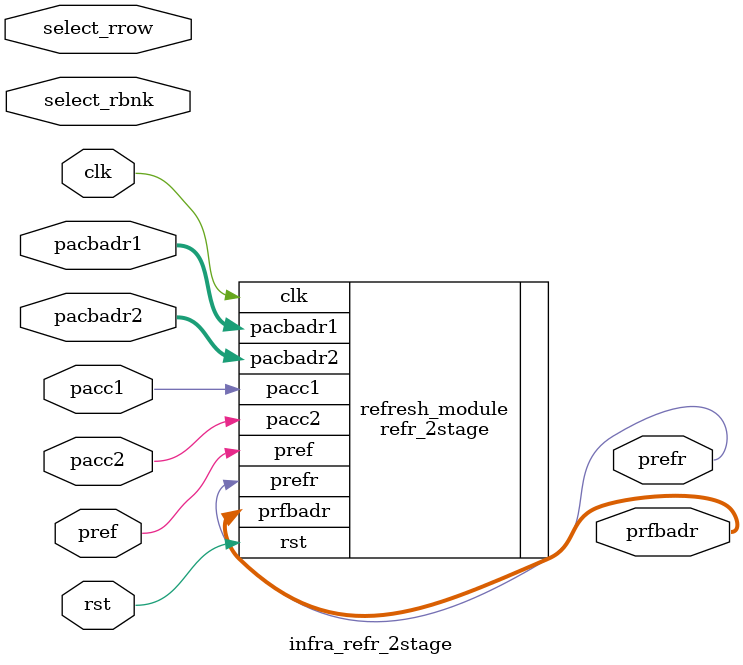
<source format=v>
module infra_refr_2stage (clk, rst, 
			  pref, pacc1, pacbadr1, pacc2, pacbadr2,  prefr, prfbadr,
			  select_rbnk, select_rrow);

  parameter NUMRBNK = 8;
  parameter BITRBNK = 3;
  parameter REFLOPW = 0;
  parameter NUMRROW = 16;
  parameter BITRROW = 4;
  parameter REFFREQ = 10;
  parameter REFFRHF = 0;

  input                           pref;
  input                           pacc1;
  input [BITRBNK-1:0]             pacbadr1;
  input                           pacc2;
  input [BITRBNK-1:0]             pacbadr2;
  output                          prefr;
  output [BITRBNK-1:0]            prfbadr;

  input clk;
  input rst;

  input [BITRBNK-1:0] select_rbnk;
  input [BITRROW-1:0] select_rrow;

  refr_2stage #(.NUMRBNK (NUMRBNK), .BITRBNK (BITRBNK), .REFLOPW (REFLOPW))
    refresh_module (.clk (clk), .rst (rst),
                    .pref (pref), .pacc1 (pacc1), .pacbadr1 (pacbadr1), .pacc2 (pacc2), .pacbadr2 (pacbadr2),
                    .prefr (prefr), .prfbadr (prfbadr));

`ifdef FORMAL
assume_select_rbnk_range: assume property (@(posedge clk) disable iff (rst) (select_rbnk < NUMRBNK));
assume_select_rbnk_stable: assume property (@(posedge clk) disable iff (rst) $stable(select_rbnk));
assume_select_rrow_range: assume property (@(posedge clk) disable iff (rst) (select_rrow < NUMRROW));
assume_select_rrow_stable: assume property (@(posedge clk) disable iff (rst) $stable(select_rrow));

ip_top_sva_refr_2stage 
    #(
     .NUMRBNK     (NUMRBNK),
     .BITRBNK     (BITRBNK),
     .REFLOPW     (REFLOPW),
     .NUMRROW     (NUMRROW),
     .BITRROW     (BITRROW),
     .REFFREQ     (REFFREQ),
     .REFFRHF     (REFFRHF))
ip_top_sva (.*);

ip_top_sva_2_refr_2stage
    #(
     .NUMRBNK     (NUMRBNK),
     .BITRBNK     (BITRBNK),
     .REFFREQ     (REFFREQ),
     .REFFRHF     (REFFRHF))
ip_top_sva_2 (.*);

`elsif SIM_SVA

genvar sva_int;
// generate for (sva_int=0; sva_int<WIDTH; sva_int=sva_int+1) begin
generate for (sva_int=0; sva_int<1; sva_int=sva_int+1) begin: sva_loop
  wire [BITRBNK-1:0] help_rbnk = sva_int;
  wire [BITRROW-1:0] help_rrow = sva_int;
ip_top_sva_refr_2stage 
     #(
     .NUMRBNK     (NUMRBNK),
     .BITRBNK     (BITRBNK),
     .REFLOPW     (REFLOPW),
     .NUMRROW     (NUMRROW),
     .BITRROW     (BITRROW),
     .REFFREQ     (REFFREQ),
     .REFFRHF     (REFFRHF))
ip_top_sva (.select_rbnk(help_rbnk), .select_rrow(help_rrow), .*);
end
endgenerate

ip_top_sva_2_refr_2stage 
    #(
     .NUMRBNK     (NUMRBNK),
     .BITRBNK     (BITRBNK),
     .REFFREQ     (REFFREQ),
     .REFFRHF     (REFFRHF))
ip_top_sva_2 (.*);

`endif

endmodule

</source>
